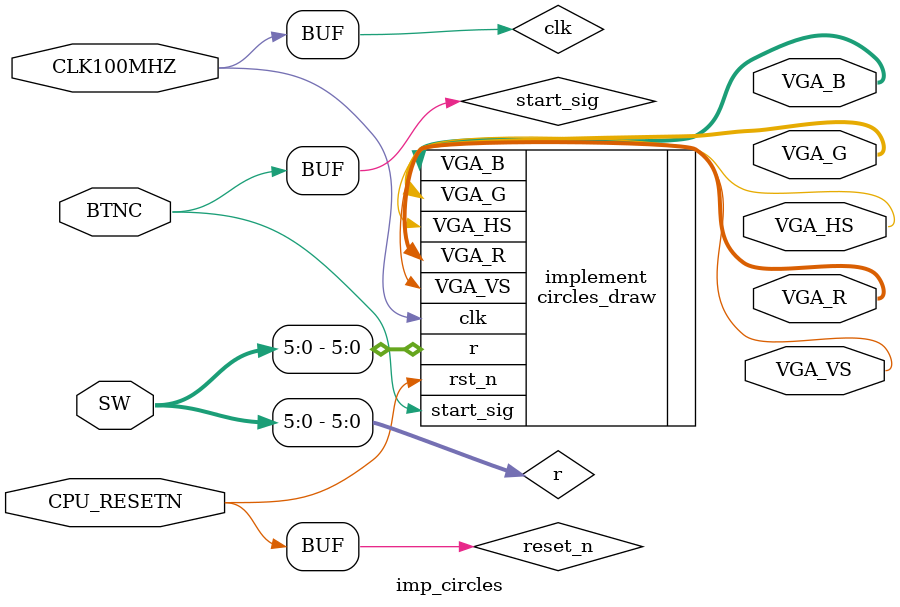
<source format=sv>

module imp_circles (
    input  wire        CLK100MHZ,   // using the same name as pin names
    input  wire        CPU_RESETN,
    output wire [ 3:0] VGA_R,       // VGA red channel
    output wire [ 3:0] VGA_G,       // VGA green channel
    output wire [ 3:0] VGA_B,       // VGA blue channel
    output wire        VGA_HS,      // Horizontal sync
    output wire        VGA_VS,      // Vertical sync
    // output wire CA,
    // CB,
    // CC,
    // CD,
    // CE,
    // CF,
    // CG,
    // DP,
    // output wire [7:0] AN,
    input  wire [15:0] SW,
    input  wire        BTNC
);

  //   modN_clk #(
  //       .n()
  //   ) slowed_clock (
  //       .clk(clk),
  //       .en(1'b1),
  //       .rst_n(reset_n),
  //       .clk_out(clk_out)
  //   );


  logic reset_n;
  logic clk;
  logic [5:0] r;
  logic start_sig;
  assign reset_n = CPU_RESETN;
  assign clk = CLK100MHZ;
  assign start_sig = BTNC;
  assign r = SW[5:0];

  circles_draw implement (
      .clk(clk),
      .rst_n(reset_n),
      .r(r),
      .start_sig(start_sig),
      .VGA_R(VGA_R),  // VGA red channel
      .VGA_G(VGA_G),  // VGA green channel
      .VGA_B(VGA_B),  // VGA blue channel
      .VGA_HS(VGA_HS),  // Horizontal sync
      .VGA_VS(VGA_VS)  // Vertical sync
  );


  // Seven segments Controller
  //   wire [6:0] Seg;
  //   wire [3:0] digits[0:7];
  //   logic clk_out;
  //   logic [7:0] Ro;


  // assign digits[0] = 4'b1111;
  // assign digits[1] = 4'b1111;
  //   assign digits[2] = 4'b1111;
  //   assign digits[3] = 4'b1111;
  //   assign digits[4] = 4'b1111;
  //   assign digits[5] = 4'b1111;
  //   assign digits[6] = 4'b1111;
  //   assign digits[7] = 4'b1111;

  //   assign digits[0] = Ro[3:0];
  //   assign digits[1] = Ro[7:4];


  //   DataTransferExecution #(
  //       .bits(8)
  //   ) DataTransfer (
  //       .clk(clk_out),
  //       .rst_n(reset_n),
  //       .Ro(Ro)
  //   );


  //   sev_seg_controller ssc (
  //       .clk(clk),
  //       .resetn(reset_n),
  //       .digits(digits),
  //       .Seg(Seg),
  //       .AN(AN)
  //   );


  //   assign {CG, CF, CE, CD, CC, CB, CA} = Seg;
  //   assign DP = 1'b1;  // turn off the dot point on seven segs


endmodule

</source>
